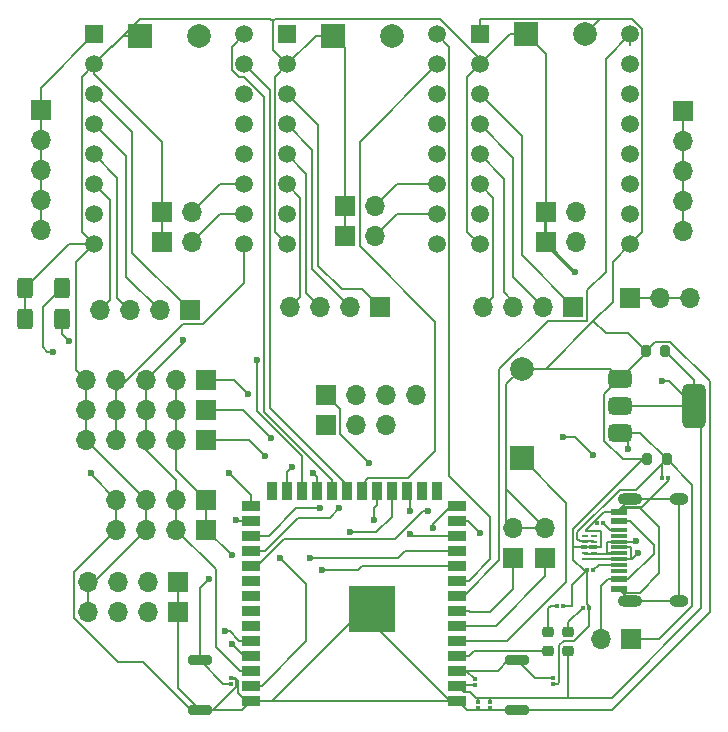
<source format=gbr>
%TF.GenerationSoftware,KiCad,Pcbnew,8.0.3*%
%TF.CreationDate,2024-09-17T15:24:25+02:00*%
%TF.ProjectId,PCB,5043422e-6b69-4636-9164-5f7063625858,rev?*%
%TF.SameCoordinates,Original*%
%TF.FileFunction,Copper,L1,Top*%
%TF.FilePolarity,Positive*%
%FSLAX46Y46*%
G04 Gerber Fmt 4.6, Leading zero omitted, Abs format (unit mm)*
G04 Created by KiCad (PCBNEW 8.0.3) date 2024-09-17 15:24:25*
%MOMM*%
%LPD*%
G01*
G04 APERTURE LIST*
G04 Aperture macros list*
%AMRoundRect*
0 Rectangle with rounded corners*
0 $1 Rounding radius*
0 $2 $3 $4 $5 $6 $7 $8 $9 X,Y pos of 4 corners*
0 Add a 4 corners polygon primitive as box body*
4,1,4,$2,$3,$4,$5,$6,$7,$8,$9,$2,$3,0*
0 Add four circle primitives for the rounded corners*
1,1,$1+$1,$2,$3*
1,1,$1+$1,$4,$5*
1,1,$1+$1,$6,$7*
1,1,$1+$1,$8,$9*
0 Add four rect primitives between the rounded corners*
20,1,$1+$1,$2,$3,$4,$5,0*
20,1,$1+$1,$4,$5,$6,$7,0*
20,1,$1+$1,$6,$7,$8,$9,0*
20,1,$1+$1,$8,$9,$2,$3,0*%
G04 Aperture macros list end*
%TA.AperFunction,ComponentPad*%
%ADD10R,2.000000X2.000000*%
%TD*%
%TA.AperFunction,ComponentPad*%
%ADD11C,2.000000*%
%TD*%
%TA.AperFunction,ComponentPad*%
%ADD12R,1.700000X1.700000*%
%TD*%
%TA.AperFunction,ComponentPad*%
%ADD13O,1.700000X1.700000*%
%TD*%
%TA.AperFunction,SMDPad,CuDef*%
%ADD14RoundRect,0.075000X-0.125000X-0.075000X0.125000X-0.075000X0.125000X0.075000X-0.125000X0.075000X0*%
%TD*%
%TA.AperFunction,ComponentPad*%
%ADD15R,1.508000X1.508000*%
%TD*%
%TA.AperFunction,ComponentPad*%
%ADD16C,1.508000*%
%TD*%
%TA.AperFunction,SMDPad,CuDef*%
%ADD17RoundRect,0.075000X0.125000X0.075000X-0.125000X0.075000X-0.125000X-0.075000X0.125000X-0.075000X0*%
%TD*%
%TA.AperFunction,SMDPad,CuDef*%
%ADD18RoundRect,0.250000X-0.400000X-0.625000X0.400000X-0.625000X0.400000X0.625000X-0.400000X0.625000X0*%
%TD*%
%TA.AperFunction,SMDPad,CuDef*%
%ADD19RoundRect,0.075000X-0.075000X0.125000X-0.075000X-0.125000X0.075000X-0.125000X0.075000X0.125000X0*%
%TD*%
%TA.AperFunction,SMDPad,CuDef*%
%ADD20RoundRect,0.200000X0.200000X0.275000X-0.200000X0.275000X-0.200000X-0.275000X0.200000X-0.275000X0*%
%TD*%
%TA.AperFunction,SMDPad,CuDef*%
%ADD21RoundRect,0.375000X-0.625000X-0.375000X0.625000X-0.375000X0.625000X0.375000X-0.625000X0.375000X0*%
%TD*%
%TA.AperFunction,SMDPad,CuDef*%
%ADD22RoundRect,0.500000X-0.500000X-1.400000X0.500000X-1.400000X0.500000X1.400000X-0.500000X1.400000X0*%
%TD*%
%TA.AperFunction,SMDPad,CuDef*%
%ADD23RoundRect,0.075000X0.075000X-0.125000X0.075000X0.125000X-0.075000X0.125000X-0.075000X-0.125000X0*%
%TD*%
%TA.AperFunction,SMDPad,CuDef*%
%ADD24R,0.625000X0.250000*%
%TD*%
%TA.AperFunction,SMDPad,CuDef*%
%ADD25R,0.700000X0.450000*%
%TD*%
%TA.AperFunction,SMDPad,CuDef*%
%ADD26R,0.575000X0.450000*%
%TD*%
%TA.AperFunction,SMDPad,CuDef*%
%ADD27R,1.450000X0.600000*%
%TD*%
%TA.AperFunction,SMDPad,CuDef*%
%ADD28R,1.450000X0.300000*%
%TD*%
%TA.AperFunction,ComponentPad*%
%ADD29O,2.100000X1.000000*%
%TD*%
%TA.AperFunction,ComponentPad*%
%ADD30O,1.600000X1.000000*%
%TD*%
%TA.AperFunction,SMDPad,CuDef*%
%ADD31RoundRect,0.200000X0.800000X-0.200000X0.800000X0.200000X-0.800000X0.200000X-0.800000X-0.200000X0*%
%TD*%
%TA.AperFunction,SMDPad,CuDef*%
%ADD32RoundRect,0.218750X-0.256250X0.218750X-0.256250X-0.218750X0.256250X-0.218750X0.256250X0.218750X0*%
%TD*%
%TA.AperFunction,SMDPad,CuDef*%
%ADD33R,1.500000X0.900000*%
%TD*%
%TA.AperFunction,SMDPad,CuDef*%
%ADD34R,0.900000X1.500000*%
%TD*%
%TA.AperFunction,HeatsinkPad*%
%ADD35C,0.600000*%
%TD*%
%TA.AperFunction,SMDPad,CuDef*%
%ADD36R,3.900000X3.900000*%
%TD*%
%TA.AperFunction,ViaPad*%
%ADD37C,0.600000*%
%TD*%
%TA.AperFunction,Conductor*%
%ADD38C,0.200000*%
%TD*%
G04 APERTURE END LIST*
D10*
%TO.P,BZ1,1,+*%
%TO.N,BUZZER*%
X153710000Y-110780000D03*
D11*
%TO.P,BZ1,2,-*%
%TO.N,GND*%
X153710000Y-103180000D03*
%TD*%
D12*
%TO.P,UART1,1,Pin_1*%
%TO.N,GND*%
X124600000Y-121260000D03*
D13*
%TO.P,UART1,2,Pin_2*%
%TO.N,RX1*%
X122060000Y-121260000D03*
%TO.P,UART1,3,Pin_3*%
%TO.N,TX1*%
X119520000Y-121260000D03*
%TO.P,UART1,4,Pin_4*%
%TO.N,VCC_5V*%
X116980000Y-121260000D03*
%TD*%
D12*
%TO.P,JP1,1,A*%
%TO.N,VCC_5V*%
X123225000Y-92500000D03*
D13*
%TO.P,JP1,2,B*%
%TO.N,Net-(JP1-B)*%
X125765000Y-92500000D03*
%TD*%
D12*
%TO.P,J3,1,Pin_1*%
%TO.N,MOTORC1*%
X158080000Y-97980000D03*
D13*
%TO.P,J3,2,Pin_2*%
%TO.N,MOTORC2*%
X155540000Y-97980000D03*
%TO.P,J3,3,Pin_3*%
%TO.N,MOTORC3*%
X153000000Y-97980000D03*
%TO.P,J3,4,Pin_4*%
%TO.N,MOTORC4*%
X150460000Y-97980000D03*
%TD*%
D12*
%TO.P,J4,1,Pin_1*%
%TO.N,GPIO36*%
X137160000Y-105410000D03*
D13*
%TO.P,J4,2,Pin_2*%
%TO.N,GPIO37*%
X139700000Y-105410000D03*
%TO.P,J4,3,Pin_3*%
%TO.N,GPIO38*%
X142240000Y-105410000D03*
%TO.P,J4,4,Pin_4*%
%TO.N,GPIO47*%
X144780000Y-105410000D03*
%TD*%
D14*
%TO.P,R5,1*%
%TO.N,Net-(D2-K)*%
X156725000Y-123250000D03*
%TO.P,R5,2*%
%TO.N,GND*%
X157225000Y-123250000D03*
%TD*%
D12*
%TO.P,JP5,1,A*%
%TO.N,VCC_5V*%
X155725000Y-92500000D03*
D13*
%TO.P,JP5,2,B*%
%TO.N,Net-(JP5-B)*%
X158265000Y-92500000D03*
%TD*%
D15*
%TO.P,U5,1,GND*%
%TO.N,GND*%
X150160000Y-74900000D03*
D16*
%TO.P,U5,2,VIO*%
%TO.N,VCC_5V*%
X150160000Y-77440000D03*
%TO.P,U5,3,M1B*%
%TO.N,MOTORC1*%
X150160000Y-79980000D03*
%TO.P,U5,4,M1A*%
%TO.N,MOTORC2*%
X150160000Y-82520000D03*
%TO.P,U5,5,M2A*%
%TO.N,MOTORC3*%
X150160000Y-85060000D03*
%TO.P,U5,6,M2B*%
%TO.N,MOTORC4*%
X150160000Y-87600000D03*
%TO.P,U5,7,GND*%
%TO.N,GND*%
X150160000Y-90140000D03*
%TO.P,U5,8,VM*%
%TO.N,VCC_5V*%
X150160000Y-92680000D03*
%TO.P,U5,9,DIR*%
%TO.N,DIR3*%
X162860000Y-74900000D03*
%TO.P,U5,10,STEP*%
%TO.N,STEP3*%
X162860000Y-77440000D03*
%TO.P,U5,11,PDN*%
%TO.N,unconnected-(U5-PDN-Pad11)*%
X162860000Y-79980000D03*
%TO.P,U5,12,UART*%
%TO.N,unconnected-(U5-UART-Pad12)*%
X162860000Y-82520000D03*
%TO.P,U5,13,SPRD*%
%TO.N,unconnected-(U5-SPRD-Pad13)*%
X162860000Y-85060000D03*
%TO.P,U5,14,MS2*%
%TO.N,Net-(JP6-B)*%
X162860000Y-87600000D03*
%TO.P,U5,15,MS1*%
%TO.N,Net-(JP5-B)*%
X162860000Y-90140000D03*
%TO.P,U5,16,~{EN}*%
%TO.N,GND*%
X162860000Y-92680000D03*
%TD*%
D10*
%TO.P,C6,1*%
%TO.N,VCC_5V*%
X137732323Y-75000000D03*
D11*
%TO.P,C6,2*%
%TO.N,GND*%
X142732323Y-75000000D03*
%TD*%
D12*
%TO.P,J6,1,Pin_1*%
%TO.N,VCC_5V*%
X162985000Y-126080000D03*
D13*
%TO.P,J6,2,Pin_2*%
%TO.N,VCC_5Vin*%
X160445000Y-126080000D03*
%TD*%
D12*
%TO.P,TOF2,1,Pin_1*%
%TO.N,XSHUT2*%
X127000000Y-106680000D03*
D13*
%TO.P,TOF2,2,Pin_2*%
%TO.N,SDA*%
X124460000Y-106680000D03*
%TO.P,TOF2,3,Pin_3*%
%TO.N,SCL*%
X121920000Y-106680000D03*
%TO.P,TOF2,4,Pin_4*%
%TO.N,GND*%
X119380000Y-106680000D03*
%TO.P,TOF2,5,Pin_5*%
%TO.N,VCC_5V*%
X116840000Y-106680000D03*
%TD*%
D17*
%TO.P,R2,1*%
%TO.N,Net-(J1-CC2)*%
X160610000Y-116280000D03*
%TO.P,R2,2*%
%TO.N,GND*%
X160110000Y-116280000D03*
%TD*%
D18*
%TO.P,JP8,1,A*%
%TO.N,VCC_5V*%
X111650000Y-96400000D03*
%TO.P,JP8,2,B*%
%TO.N,SDA*%
X114750000Y-96400000D03*
%TD*%
D19*
%TO.P,C10,1*%
%TO.N,3V3*%
X150019000Y-131390000D03*
%TO.P,C10,2*%
%TO.N,GND*%
X150019000Y-131890000D03*
%TD*%
D12*
%TO.P,JP3,1,A*%
%TO.N,VCC_5V*%
X138725000Y-92000000D03*
D13*
%TO.P,JP3,2,B*%
%TO.N,Net-(JP3-B)*%
X141265000Y-92000000D03*
%TD*%
D19*
%TO.P,C9,1*%
%TO.N,3V3*%
X151035000Y-131390000D03*
%TO.P,C9,2*%
%TO.N,GND*%
X151035000Y-131890000D03*
%TD*%
D12*
%TO.P,J12,1,Pin_1*%
%TO.N,3V3*%
X162860000Y-97200000D03*
D13*
%TO.P,J12,2,Pin_2*%
X165400000Y-97200000D03*
%TO.P,J12,3,Pin_3*%
X167940000Y-97200000D03*
%TD*%
D14*
%TO.P,R4,1*%
%TO.N,Net-(D1-K)*%
X158860000Y-123480000D03*
%TO.P,R4,2*%
%TO.N,GND*%
X159360000Y-123480000D03*
%TD*%
D10*
%TO.P,C3,1*%
%TO.N,VCC_5V*%
X121382323Y-75000000D03*
D11*
%TO.P,C3,2*%
%TO.N,GND*%
X126382323Y-75000000D03*
%TD*%
D12*
%TO.P,J8,1,Pin_1*%
%TO.N,MOTORA1*%
X125580000Y-98230000D03*
D13*
%TO.P,J8,2,Pin_2*%
%TO.N,MOTORA2*%
X123040000Y-98230000D03*
%TO.P,J8,3,Pin_3*%
%TO.N,MOTORA3*%
X120500000Y-98230000D03*
%TO.P,J8,4,Pin_4*%
%TO.N,MOTORA4*%
X117960000Y-98230000D03*
%TD*%
D12*
%TO.P,J10,1,Pin_1*%
%TO.N,VCC_5V*%
X167400000Y-81400000D03*
D13*
%TO.P,J10,2,Pin_2*%
X167400000Y-83940000D03*
%TO.P,J10,3,Pin_3*%
X167400000Y-86480000D03*
%TO.P,J10,4,Pin_4*%
X167400000Y-89020000D03*
%TO.P,J10,5,Pin_5*%
X167400000Y-91560000D03*
%TD*%
D12*
%TO.P,TOF1,1,Pin_1*%
%TO.N,XSHUT1*%
X127000000Y-104140000D03*
D13*
%TO.P,TOF1,2,Pin_2*%
%TO.N,SDA*%
X124460000Y-104140000D03*
%TO.P,TOF1,3,Pin_3*%
%TO.N,SCL*%
X121920000Y-104140000D03*
%TO.P,TOF1,4,Pin_4*%
%TO.N,GND*%
X119380000Y-104140000D03*
%TO.P,TOF1,5,Pin_5*%
%TO.N,VCC_5V*%
X116840000Y-104140000D03*
%TD*%
D20*
%TO.P,C5,1*%
%TO.N,VCC_5V*%
X165985000Y-110880000D03*
%TO.P,C5,2*%
%TO.N,GND*%
X164335000Y-110880000D03*
%TD*%
D12*
%TO.P,J11,1,Pin_1*%
%TO.N,GND*%
X113000000Y-81280000D03*
D13*
%TO.P,J11,2,Pin_2*%
X113000000Y-83820000D03*
%TO.P,J11,3,Pin_3*%
X113000000Y-86360000D03*
%TO.P,J11,4,Pin_4*%
X113000000Y-88900000D03*
%TO.P,J11,5,Pin_5*%
X113000000Y-91440000D03*
%TD*%
D19*
%TO.P,C2,1*%
%TO.N,ESP32_EN*%
X156369000Y-129362000D03*
%TO.P,C2,2*%
%TO.N,GND*%
X156369000Y-129862000D03*
%TD*%
D12*
%TO.P,TOF3,1,Pin_1*%
%TO.N,XSHUT3*%
X127000000Y-109220000D03*
D13*
%TO.P,TOF3,2,Pin_2*%
%TO.N,SDA*%
X124460000Y-109220000D03*
%TO.P,TOF3,3,Pin_3*%
%TO.N,SCL*%
X121920000Y-109220000D03*
%TO.P,TOF3,4,Pin_4*%
%TO.N,GND*%
X119380000Y-109220000D03*
%TO.P,TOF3,5,Pin_5*%
%TO.N,VCC_5V*%
X116840000Y-109220000D03*
%TD*%
D21*
%TO.P,U4,1,GND*%
%TO.N,GND*%
X162010000Y-104030000D03*
%TO.P,U4,2,VO*%
%TO.N,3V3*%
X162010000Y-106330000D03*
D22*
X168310000Y-106330000D03*
D21*
%TO.P,U4,3,VI*%
%TO.N,VCC_5V*%
X162010000Y-108630000D03*
%TD*%
D23*
%TO.P,C1,1*%
%TO.N,GPIO0*%
X129060000Y-129866000D03*
%TO.P,C1,2*%
%TO.N,GND*%
X129060000Y-129366000D03*
%TD*%
D12*
%TO.P,SCREEN,1,Pin_1*%
%TO.N,SDA*%
X127000000Y-114300000D03*
D13*
%TO.P,SCREEN,2,Pin_2*%
%TO.N,SCL*%
X124460000Y-114300000D03*
%TO.P,SCREEN,3,Pin_3*%
%TO.N,VCC_5V*%
X121920000Y-114300000D03*
%TO.P,SCREEN,4,Pin_4*%
%TO.N,GND*%
X119380000Y-114300000D03*
%TD*%
D15*
%TO.P,U2,1,GND*%
%TO.N,GND*%
X133835000Y-74900000D03*
D16*
%TO.P,U2,2,VIO*%
%TO.N,VCC_5V*%
X133835000Y-77440000D03*
%TO.P,U2,3,M1B*%
%TO.N,MOTORB1*%
X133835000Y-79980000D03*
%TO.P,U2,4,M1A*%
%TO.N,MOTORB2*%
X133835000Y-82520000D03*
%TO.P,U2,5,M2A*%
%TO.N,MOTORB3*%
X133835000Y-85060000D03*
%TO.P,U2,6,M2B*%
%TO.N,MOTORB4*%
X133835000Y-87600000D03*
%TO.P,U2,7,GND*%
%TO.N,GND*%
X133835000Y-90140000D03*
%TO.P,U2,8,VM*%
%TO.N,VCC_5V*%
X133835000Y-92680000D03*
%TO.P,U2,9,DIR*%
%TO.N,DIR2*%
X146535000Y-74900000D03*
%TO.P,U2,10,STEP*%
%TO.N,STEP2*%
X146535000Y-77440000D03*
%TO.P,U2,11,PDN*%
%TO.N,unconnected-(U2-PDN-Pad11)*%
X146535000Y-79980000D03*
%TO.P,U2,12,UART*%
%TO.N,unconnected-(U2-UART-Pad12)*%
X146535000Y-82520000D03*
%TO.P,U2,13,SPRD*%
%TO.N,unconnected-(U2-SPRD-Pad13)*%
X146535000Y-85060000D03*
%TO.P,U2,14,MS2*%
%TO.N,Net-(JP4-B)*%
X146535000Y-87600000D03*
%TO.P,U2,15,MS1*%
%TO.N,Net-(JP3-B)*%
X146535000Y-90140000D03*
%TO.P,U2,16,~{EN}*%
%TO.N,GND*%
X146535000Y-92680000D03*
%TD*%
D12*
%TO.P,JP4,1,A*%
%TO.N,VCC_5V*%
X138725000Y-89460000D03*
D13*
%TO.P,JP4,2,B*%
%TO.N,Net-(JP4-B)*%
X141265000Y-89460000D03*
%TD*%
D18*
%TO.P,JP7,1,A*%
%TO.N,VCC_5V*%
X111650000Y-99000000D03*
%TO.P,JP7,2,B*%
%TO.N,SCL*%
X114750000Y-99000000D03*
%TD*%
D24*
%TO.P,U3,1*%
%TO.N,USB_N*%
X159810000Y-119330000D03*
%TO.P,U3,2*%
%TO.N,USB_P*%
X159810000Y-118830000D03*
D25*
%TO.P,U3,3,VSS*%
%TO.N,GND*%
X159772500Y-118330000D03*
D24*
%TO.P,U3,4*%
%TO.N,VCC_5V*%
X159810000Y-117830000D03*
%TO.P,U3,5*%
%TO.N,unconnected-(U3-Pad5)*%
X159810000Y-117330000D03*
%TO.P,U3,6,NC*%
%TO.N,unconnected-(U3-NC-Pad6)*%
X159035000Y-117330000D03*
%TO.P,U3,7,NC*%
%TO.N,VCC_5V*%
X159035000Y-117830000D03*
D26*
%TO.P,U3,8,VSS*%
%TO.N,GND*%
X159010000Y-118330000D03*
D24*
%TO.P,U3,9,NC*%
%TO.N,USB_P*%
X159035000Y-118830000D03*
%TO.P,U3,10,NC*%
%TO.N,USB_N*%
X159035000Y-119330000D03*
%TD*%
D27*
%TO.P,J1,A1,GND*%
%TO.N,GND*%
X161965000Y-121830000D03*
%TO.P,J1,A4,VBUS*%
%TO.N,VCC_5Vin*%
X161965000Y-121030000D03*
D28*
%TO.P,J1,A5,CC1*%
%TO.N,Net-(J1-CC1)*%
X161965000Y-119830000D03*
%TO.P,J1,A6,D+*%
%TO.N,USB_P*%
X161965000Y-118830000D03*
%TO.P,J1,A7,D-*%
%TO.N,USB_N*%
X161965000Y-118330000D03*
%TO.P,J1,A8,SBU1*%
%TO.N,unconnected-(J1-SBU1-PadA8)*%
X161965000Y-117330000D03*
D27*
%TO.P,J1,A9,VBUS*%
%TO.N,VCC_5Vin*%
X161965000Y-116130000D03*
%TO.P,J1,A12,GND*%
%TO.N,GND*%
X161965000Y-115330000D03*
%TO.P,J1,B1,GND*%
X161965000Y-115330000D03*
%TO.P,J1,B4,VBUS*%
%TO.N,VCC_5Vin*%
X161965000Y-116130000D03*
D28*
%TO.P,J1,B5,CC2*%
%TO.N,Net-(J1-CC2)*%
X161965000Y-116830000D03*
%TO.P,J1,B6,D+*%
%TO.N,USB_P*%
X161965000Y-117830000D03*
%TO.P,J1,B7,D-*%
%TO.N,USB_N*%
X161965000Y-119330000D03*
%TO.P,J1,B8,SBU2*%
%TO.N,unconnected-(J1-SBU2-PadB8)*%
X161965000Y-120330000D03*
D27*
%TO.P,J1,B9,VBUS*%
%TO.N,VCC_5Vin*%
X161965000Y-121030000D03*
%TO.P,J1,B12,GND*%
%TO.N,GND*%
X161965000Y-121830000D03*
D29*
%TO.P,J1,S1,SHIELD*%
X162880000Y-122900000D03*
D30*
X167060000Y-122900000D03*
D29*
X162880000Y-114260000D03*
D30*
X167060000Y-114260000D03*
%TD*%
D10*
%TO.P,C8,1*%
%TO.N,VCC_5V*%
X154032323Y-74900000D03*
D11*
%TO.P,C8,2*%
%TO.N,GND*%
X159032323Y-74900000D03*
%TD*%
D12*
%TO.P,UART0,1,Pin_1*%
%TO.N,GND*%
X124600000Y-123800000D03*
D13*
%TO.P,UART0,2,Pin_2*%
%TO.N,RX0*%
X122060000Y-123800000D03*
%TO.P,UART0,3,Pin_3*%
%TO.N,TX0*%
X119520000Y-123800000D03*
%TO.P,UART0,4,Pin_4*%
%TO.N,VCC_5V*%
X116980000Y-123800000D03*
%TD*%
D14*
%TO.P,C4,1*%
%TO.N,VCC_5V*%
X165623000Y-112467000D03*
%TO.P,C4,2*%
%TO.N,GND*%
X166123000Y-112467000D03*
%TD*%
D12*
%TO.P,J9,1,Pin_1*%
%TO.N,GPIO21*%
X137160000Y-107950000D03*
D13*
%TO.P,J9,2,Pin_2*%
%TO.N,GPIO35*%
X139700000Y-107950000D03*
%TO.P,J9,3,Pin_3*%
%TO.N,GPIO48*%
X142240000Y-107950000D03*
%TD*%
D31*
%TO.P,SW1,1,1*%
%TO.N,GND*%
X126460000Y-132080000D03*
%TO.P,SW1,2,2*%
%TO.N,GPIO0*%
X126460000Y-127880000D03*
%TD*%
D23*
%TO.P,R1,1*%
%TO.N,3V3*%
X149710000Y-129955000D03*
%TO.P,R1,2*%
%TO.N,ESP32_EN*%
X149710000Y-129455000D03*
%TD*%
D20*
%TO.P,C7,1*%
%TO.N,3V3*%
X165835000Y-101680000D03*
%TO.P,C7,2*%
%TO.N,GND*%
X164185000Y-101680000D03*
%TD*%
D32*
%TO.P,D1,1,K*%
%TO.N,Net-(D1-K)*%
X157660000Y-125492500D03*
%TO.P,D1,2,A*%
%TO.N,3V3*%
X157660000Y-127067500D03*
%TD*%
D12*
%TO.P,JP6,1,A*%
%TO.N,VCC_5V*%
X155725000Y-89960000D03*
D13*
%TO.P,JP6,2,B*%
%TO.N,Net-(JP6-B)*%
X158265000Y-89960000D03*
%TD*%
D31*
%TO.P,SW2,1,1*%
%TO.N,GND*%
X153310000Y-132080000D03*
%TO.P,SW2,2,2*%
%TO.N,ESP32_EN*%
X153310000Y-127880000D03*
%TD*%
D33*
%TO.P,U6,1,GND*%
%TO.N,GND*%
X148260000Y-131300000D03*
%TO.P,U6,2,3V3*%
%TO.N,3V3*%
X148260000Y-130030000D03*
%TO.P,U6,3,EN*%
%TO.N,ESP32_EN*%
X148260000Y-128760000D03*
%TO.P,U6,4,IO4*%
%TO.N,LED*%
X148260000Y-127490000D03*
%TO.P,U6,5,IO5*%
%TO.N,BUZZER*%
X148260000Y-126220000D03*
%TO.P,U6,6,IO6*%
%TO.N,LAUNCHPULL*%
X148260000Y-124950000D03*
%TO.P,U6,7,IO7*%
%TO.N,TEAMBTN*%
X148260000Y-123680000D03*
%TO.P,U6,8,IO15*%
%TO.N,DIR3*%
X148260000Y-122410000D03*
%TO.P,U6,9,IO16*%
%TO.N,DIR2*%
X148260000Y-121140000D03*
%TO.P,U6,10,IO17*%
%TO.N,TX1*%
X148260000Y-119870000D03*
%TO.P,U6,11,IO18*%
%TO.N,RX1*%
X148260000Y-118600000D03*
%TO.P,U6,12,IO8*%
%TO.N,XSHUT1*%
X148260000Y-117330000D03*
%TO.P,U6,13,IO19*%
%TO.N,USB_N*%
X148260000Y-116060000D03*
%TO.P,U6,14,IO20*%
%TO.N,USB_P*%
X148260000Y-114790000D03*
D34*
%TO.P,U6,15,IO3*%
%TO.N,unconnected-(U6-IO3-Pad15)*%
X146495000Y-113540000D03*
%TO.P,U6,16,IO46*%
%TO.N,unconnected-(U6-IO46-Pad16)*%
X145225000Y-113540000D03*
%TO.P,U6,17,IO9*%
%TO.N,XSHUT2*%
X143955000Y-113540000D03*
%TO.P,U6,18,IO10*%
%TO.N,XSHUT3*%
X142685000Y-113540000D03*
%TO.P,U6,19,IO11*%
%TO.N,STEP3*%
X141415000Y-113540000D03*
%TO.P,U6,20,IO12*%
%TO.N,STEP2*%
X140145000Y-113540000D03*
%TO.P,U6,21,IO13*%
%TO.N,STEP1*%
X138875000Y-113540000D03*
%TO.P,U6,22,IO14*%
%TO.N,DIR1*%
X137605000Y-113540000D03*
%TO.P,U6,23,IO21*%
%TO.N,GPIO21*%
X136335000Y-113540000D03*
%TO.P,U6,24,IO47*%
%TO.N,GPIO47*%
X135065000Y-113540000D03*
%TO.P,U6,25,IO48*%
%TO.N,GPIO48*%
X133795000Y-113540000D03*
%TO.P,U6,26,IO45*%
%TO.N,unconnected-(U6-IO45-Pad26)*%
X132525000Y-113540000D03*
D33*
%TO.P,U6,27,IO0*%
%TO.N,GPIO0*%
X130760000Y-114790000D03*
%TO.P,U6,28,IO35*%
%TO.N,GPIO35*%
X130760000Y-116060000D03*
%TO.P,U6,29,IO36*%
%TO.N,GPIO36*%
X130760000Y-117330000D03*
%TO.P,U6,30,IO37*%
%TO.N,GPIO37*%
X130760000Y-118600000D03*
%TO.P,U6,31,IO38*%
%TO.N,GPIO38*%
X130760000Y-119870000D03*
%TO.P,U6,32,IO39*%
%TO.N,unconnected-(U6-IO39-Pad32)*%
X130760000Y-121140000D03*
%TO.P,U6,33,IO40*%
%TO.N,unconnected-(U6-IO40-Pad33)*%
X130760000Y-122410000D03*
%TO.P,U6,34,IO41*%
%TO.N,unconnected-(U6-IO41-Pad34)*%
X130760000Y-123680000D03*
%TO.P,U6,35,IO42*%
%TO.N,unconnected-(U6-IO42-Pad35)*%
X130760000Y-124950000D03*
%TO.P,U6,36,RXD0*%
%TO.N,RX0*%
X130760000Y-126220000D03*
%TO.P,U6,37,TXD0*%
%TO.N,TX0*%
X130760000Y-127490000D03*
%TO.P,U6,38,IO2*%
%TO.N,SCL*%
X130760000Y-128760000D03*
%TO.P,U6,39,IO1*%
%TO.N,SDA*%
X130760000Y-130030000D03*
%TO.P,U6,40,GND*%
%TO.N,GND*%
X130760000Y-131300000D03*
D35*
%TO.P,U6,41,GND*%
X142410000Y-124280000D03*
X142410000Y-122880000D03*
X141710000Y-124980000D03*
X141710000Y-123580000D03*
X141710000Y-122180000D03*
X141010000Y-124280000D03*
D36*
X141010000Y-123580000D03*
D35*
X141010000Y-122880000D03*
X140310000Y-124980000D03*
X140310000Y-123580000D03*
X140310000Y-122180000D03*
X139610000Y-124280000D03*
X139610000Y-122880000D03*
%TD*%
D12*
%TO.P,ADD,1,Pin_1*%
%TO.N,SDA*%
X127000000Y-116840000D03*
D13*
%TO.P,ADD,2,Pin_2*%
%TO.N,SCL*%
X124460000Y-116840000D03*
%TO.P,ADD,3,Pin_3*%
%TO.N,VCC_5V*%
X121920000Y-116840000D03*
%TO.P,ADD,4,Pin_4*%
%TO.N,GND*%
X119380000Y-116840000D03*
%TD*%
D12*
%TO.P,JP2,1,A*%
%TO.N,VCC_5V*%
X123225000Y-89960000D03*
D13*
%TO.P,JP2,2,B*%
%TO.N,Net-(JP2-B)*%
X125765000Y-89960000D03*
%TD*%
D15*
%TO.P,U1,1,GND*%
%TO.N,GND*%
X117510000Y-74900000D03*
D16*
%TO.P,U1,2,VIO*%
%TO.N,VCC_5V*%
X117510000Y-77440000D03*
%TO.P,U1,3,M1B*%
%TO.N,MOTORA1*%
X117510000Y-79980000D03*
%TO.P,U1,4,M1A*%
%TO.N,MOTORA2*%
X117510000Y-82520000D03*
%TO.P,U1,5,M2A*%
%TO.N,MOTORA3*%
X117510000Y-85060000D03*
%TO.P,U1,6,M2B*%
%TO.N,MOTORA4*%
X117510000Y-87600000D03*
%TO.P,U1,7,GND*%
%TO.N,GND*%
X117510000Y-90140000D03*
%TO.P,U1,8,VM*%
%TO.N,VCC_5V*%
X117510000Y-92680000D03*
%TO.P,U1,9,DIR*%
%TO.N,DIR1*%
X130210000Y-74900000D03*
%TO.P,U1,10,STEP*%
%TO.N,STEP1*%
X130210000Y-77440000D03*
%TO.P,U1,11,PDN*%
%TO.N,unconnected-(U1-PDN-Pad11)*%
X130210000Y-79980000D03*
%TO.P,U1,12,UART*%
%TO.N,unconnected-(U1-UART-Pad12)*%
X130210000Y-82520000D03*
%TO.P,U1,13,SPRD*%
%TO.N,unconnected-(U1-SPRD-Pad13)*%
X130210000Y-85060000D03*
%TO.P,U1,14,MS2*%
%TO.N,Net-(JP2-B)*%
X130210000Y-87600000D03*
%TO.P,U1,15,MS1*%
%TO.N,Net-(JP1-B)*%
X130210000Y-90140000D03*
%TO.P,U1,16,~{EN}*%
%TO.N,GND*%
X130210000Y-92680000D03*
%TD*%
D12*
%TO.P,J2,1,Pin_1*%
%TO.N,MOTORB1*%
X141710000Y-97980000D03*
D13*
%TO.P,J2,2,Pin_2*%
%TO.N,MOTORB2*%
X139170000Y-97980000D03*
%TO.P,J2,3,Pin_3*%
%TO.N,MOTORB3*%
X136630000Y-97980000D03*
%TO.P,J2,4,Pin_4*%
%TO.N,MOTORB4*%
X134090000Y-97980000D03*
%TD*%
D12*
%TO.P,J5,1,Pin_1*%
%TO.N,TEAMBTN*%
X152940000Y-119255000D03*
D13*
%TO.P,J5,2,Pin_2*%
%TO.N,GND*%
X152940000Y-116715000D03*
%TD*%
D12*
%TO.P,J7,1,Pin_1*%
%TO.N,LAUNCHPULL*%
X155710000Y-119255000D03*
D13*
%TO.P,J7,2,Pin_2*%
%TO.N,GND*%
X155710000Y-116715000D03*
%TD*%
D32*
%TO.P,D2,1,K*%
%TO.N,Net-(D2-K)*%
X155910000Y-125492500D03*
%TO.P,D2,2,A*%
%TO.N,LED*%
X155910000Y-127067500D03*
%TD*%
D17*
%TO.P,R3,1*%
%TO.N,Net-(J1-CC1)*%
X159760000Y-120280000D03*
%TO.P,R3,2*%
%TO.N,GND*%
X159260000Y-120280000D03*
%TD*%
D37*
%TO.N,SDA*%
X129200000Y-119000000D03*
X133200000Y-119200000D03*
X114000000Y-101750000D03*
%TO.N,SCL*%
X125000000Y-100750000D03*
X115390000Y-100875000D03*
%TO.N,3V3*%
X165600000Y-104200000D03*
%TO.N,VCC_5V*%
X162710000Y-109980000D03*
X159710000Y-110480000D03*
X158210000Y-94980000D03*
X157210000Y-108980000D03*
%TO.N,GPIO0*%
X128900000Y-112000000D03*
X127210000Y-120980000D03*
%TO.N,USB_P*%
X146210000Y-116680000D03*
X163410000Y-117780000D03*
%TO.N,USB_N*%
X150210000Y-117080000D03*
X163570735Y-118789265D03*
%TO.N,XSHUT1*%
X144210000Y-117230000D03*
X130500000Y-105300000D03*
%TO.N,XSHUT2*%
X144210000Y-115230000D03*
X132500000Y-109100000D03*
%TO.N,XSHUT3*%
X132000000Y-110600000D03*
X139200000Y-117000000D03*
%TO.N,RX0*%
X128600000Y-125400000D03*
%TO.N,TX0*%
X129210000Y-126480000D03*
%TO.N,TX1*%
X136800000Y-120230000D03*
%TO.N,RX1*%
X135800000Y-119200000D03*
%TO.N,STEP3*%
X141210000Y-115980000D03*
%TO.N,GPIO21*%
X136000000Y-112000000D03*
%TO.N,GPIO36*%
X140800000Y-111200000D03*
X136600000Y-115000000D03*
%TO.N,GPIO47*%
X131250000Y-102500000D03*
%TO.N,GPIO48*%
X134250000Y-111500000D03*
%TO.N,GPIO37*%
X138250000Y-115000000D03*
%TO.N,GPIO35*%
X129500000Y-116000000D03*
%TO.N,GPIO38*%
X145750000Y-115250000D03*
%TO.N,GND*%
X117200000Y-112000000D03*
%TD*%
D38*
%TO.N,SDA*%
X114000000Y-101750000D02*
X113550000Y-101750000D01*
X129160000Y-119000000D02*
X127000000Y-116840000D01*
X124460000Y-109220000D02*
X124460000Y-111760000D01*
X124460000Y-111760000D02*
X127000000Y-114300000D01*
X133200000Y-119200000D02*
X135460000Y-121460000D01*
X127000000Y-114300000D02*
X127000000Y-116840000D01*
X124460000Y-104140000D02*
X124460000Y-109220000D01*
X113200000Y-101400000D02*
X113200000Y-97950000D01*
X135460000Y-121460000D02*
X135460000Y-126280000D01*
X131710000Y-130030000D02*
X130760000Y-130030000D01*
X113200000Y-97950000D02*
X114750000Y-96400000D01*
X113550000Y-101750000D02*
X113200000Y-101400000D01*
X129200000Y-119000000D02*
X129160000Y-119000000D01*
X135460000Y-126280000D02*
X131710000Y-130030000D01*
%TO.N,SCL*%
X114750000Y-100235000D02*
X114750000Y-99000000D01*
X129810000Y-128760000D02*
X130760000Y-128760000D01*
X124460000Y-116840000D02*
X124460000Y-114300000D01*
X121920000Y-104140000D02*
X121920000Y-110100000D01*
X124460000Y-116840000D02*
X127810000Y-120190000D01*
X127810000Y-120190000D02*
X127810000Y-126760000D01*
X121920000Y-110100000D02*
X124460000Y-112640000D01*
X127810000Y-126760000D02*
X129810000Y-128760000D01*
X124460000Y-112640000D02*
X124460000Y-116840000D01*
X125000000Y-100750000D02*
X125000000Y-101060000D01*
X125000000Y-101060000D02*
X121920000Y-104140000D01*
X115390000Y-100875000D02*
X114750000Y-100235000D01*
%TO.N,3V3*%
X157660000Y-127067500D02*
X157660000Y-131080000D01*
X150019000Y-131390000D02*
X150019000Y-131080000D01*
X157660000Y-131080000D02*
X161310000Y-131080000D01*
X168910000Y-123480000D02*
X168910000Y-106930000D01*
X151035000Y-131390000D02*
X151035000Y-131080000D01*
X161310000Y-131080000D02*
X168910000Y-123480000D01*
X166180000Y-104200000D02*
X168310000Y-106330000D01*
X162860000Y-97200000D02*
X167940000Y-97200000D01*
X150019000Y-131080000D02*
X151035000Y-131080000D01*
X168310000Y-106330000D02*
X162010000Y-106330000D01*
X148780000Y-130550000D02*
X149310000Y-130550000D01*
X168910000Y-106930000D02*
X168310000Y-106330000D01*
X149710000Y-129955000D02*
X148335000Y-129955000D01*
X165600000Y-104200000D02*
X166180000Y-104200000D01*
X148335000Y-129955000D02*
X148260000Y-130030000D01*
X168310000Y-106330000D02*
X168310000Y-104155000D01*
X151035000Y-131080000D02*
X157660000Y-131080000D01*
X149840000Y-131080000D02*
X150019000Y-131080000D01*
X149310000Y-130550000D02*
X149840000Y-131080000D01*
X148260000Y-130030000D02*
X148780000Y-130550000D01*
X168310000Y-104155000D02*
X165835000Y-101680000D01*
%TO.N,VCC_5V*%
X158422500Y-117036129D02*
X158422500Y-117617500D01*
X163405000Y-113460000D02*
X161998629Y-113460000D01*
X155660000Y-92630000D02*
X155660000Y-90230000D01*
X150160000Y-92680000D02*
X149106000Y-91626000D01*
X121382323Y-75000000D02*
X119950000Y-75000000D01*
X117510000Y-92680000D02*
X116456000Y-91626000D01*
X149106000Y-78494000D02*
X150160000Y-77440000D01*
X157210000Y-108980000D02*
X158210000Y-108980000D01*
X121350000Y-73600000D02*
X132430000Y-73600000D01*
X158010000Y-94980000D02*
X158210000Y-94980000D01*
X119950000Y-75000000D02*
X117510000Y-77440000D01*
X138725000Y-92000000D02*
X138725000Y-89460000D01*
X138725000Y-89460000D02*
X138725000Y-75992677D01*
X133835000Y-92680000D02*
X132781000Y-91626000D01*
X121920000Y-116840000D02*
X121920000Y-114300000D01*
X132790000Y-73600000D02*
X146752000Y-73600000D01*
X123225000Y-92500000D02*
X123225000Y-89960000D01*
X154032323Y-74900000D02*
X152700000Y-74900000D01*
X158422500Y-117617500D02*
X158610000Y-117805000D01*
X123225000Y-89960000D02*
X123225000Y-83975000D01*
X168160000Y-113055000D02*
X165985000Y-110880000D01*
X138725000Y-75992677D02*
X137732323Y-75000000D01*
X162710000Y-109330000D02*
X162010000Y-108630000D01*
X162710000Y-109980000D02*
X162710000Y-109330000D01*
X132781000Y-91626000D02*
X132781000Y-78494000D01*
X116980000Y-123800000D02*
X116980000Y-121780000D01*
X165623000Y-112467000D02*
X165623000Y-111242000D01*
X115990000Y-94200000D02*
X117510000Y-92680000D01*
X116840000Y-104140000D02*
X115990000Y-103290000D01*
X116980000Y-121780000D02*
X121920000Y-116840000D01*
X132610000Y-76215000D02*
X133835000Y-77440000D01*
X116980000Y-123800000D02*
X116980000Y-121260000D01*
X165985000Y-110880000D02*
X163405000Y-113460000D01*
X165311370Y-126080000D02*
X168135685Y-123255685D01*
X111650000Y-96400000D02*
X115370000Y-92680000D01*
X163735000Y-108630000D02*
X162010000Y-108630000D01*
X155660000Y-92630000D02*
X158010000Y-94980000D01*
X165623000Y-111242000D02*
X165985000Y-110880000D01*
X132610000Y-73780000D02*
X132790000Y-73600000D01*
X116456000Y-78494000D02*
X117510000Y-77440000D01*
X117510000Y-78260000D02*
X117510000Y-77440000D01*
X150160000Y-77008000D02*
X150160000Y-77440000D01*
X149106000Y-91626000D02*
X149106000Y-78494000D01*
X116840000Y-109220000D02*
X116840000Y-104140000D01*
X158210000Y-108980000D02*
X159710000Y-110480000D01*
X121920000Y-114300000D02*
X116840000Y-109220000D01*
X162985000Y-126080000D02*
X165311370Y-126080000D01*
X168135685Y-123255685D02*
X168160000Y-123231371D01*
X132781000Y-78494000D02*
X133835000Y-77440000D01*
X132430000Y-73600000D02*
X132610000Y-73780000D01*
X132610000Y-73780000D02*
X132610000Y-76215000D01*
X146752000Y-73600000D02*
X150160000Y-77008000D01*
X158205000Y-94980000D02*
X155725000Y-92500000D01*
X115990000Y-103290000D02*
X115990000Y-94200000D01*
X133925000Y-77530000D02*
X133835000Y-77440000D01*
X136275000Y-75000000D02*
X133835000Y-77440000D01*
X152700000Y-74900000D02*
X150160000Y-77440000D01*
X111650000Y-99000000D02*
X111650000Y-96400000D01*
X123225000Y-83975000D02*
X117510000Y-78260000D01*
X115370000Y-92680000D02*
X117510000Y-92680000D01*
X165985000Y-110880000D02*
X163735000Y-108630000D01*
X155725000Y-76592677D02*
X155725000Y-92500000D01*
X117510000Y-77440000D02*
X121350000Y-73600000D01*
X154032323Y-74900000D02*
X155725000Y-76592677D01*
X168160000Y-123231371D02*
X168160000Y-113055000D01*
X161998629Y-113460000D02*
X158422500Y-117036129D01*
X158610000Y-117805000D02*
X159810000Y-117805000D01*
X167400000Y-81400000D02*
X167400000Y-91560000D01*
X137732323Y-75000000D02*
X136275000Y-75000000D01*
X116456000Y-91626000D02*
X116456000Y-78494000D01*
X158210000Y-94980000D02*
X158205000Y-94980000D01*
%TO.N,BUZZER*%
X157460000Y-121230000D02*
X157460000Y-114530000D01*
X157460000Y-114530000D02*
X153710000Y-110780000D01*
X148470000Y-126430000D02*
X148260000Y-126220000D01*
X152470000Y-126220000D02*
X157460000Y-121230000D01*
X148260000Y-126220000D02*
X152470000Y-126220000D01*
%TO.N,GPIO0*%
X126460000Y-127880000D02*
X126460000Y-121730000D01*
X126460000Y-121730000D02*
X127210000Y-120980000D01*
X129060000Y-129866000D02*
X128446000Y-129866000D01*
X130760000Y-113860000D02*
X130760000Y-114790000D01*
X128446000Y-129866000D02*
X126460000Y-127880000D01*
X128900000Y-112000000D02*
X130760000Y-113860000D01*
%TO.N,ESP32_EN*%
X154792000Y-129362000D02*
X153310000Y-127880000D01*
X151680000Y-128760000D02*
X148260000Y-128760000D01*
X149015000Y-128760000D02*
X148260000Y-128760000D01*
X156369000Y-129362000D02*
X154792000Y-129362000D01*
X152560000Y-127880000D02*
X151680000Y-128760000D01*
X149710000Y-129455000D02*
X149015000Y-128760000D01*
%TO.N,Net-(D1-K)*%
X157660000Y-125492500D02*
X157660000Y-124680000D01*
X157660000Y-124680000D02*
X158860000Y-123480000D01*
%TO.N,LED*%
X149210000Y-127490000D02*
X149632500Y-127067500D01*
X156360000Y-127067500D02*
X156122500Y-126830000D01*
X148260000Y-127490000D02*
X149210000Y-127490000D01*
X149632500Y-127067500D02*
X155910000Y-127067500D01*
%TO.N,Net-(D2-K)*%
X156150000Y-123250000D02*
X156725000Y-123250000D01*
X155910000Y-125492500D02*
X155910000Y-123490000D01*
X155910000Y-123490000D02*
X156150000Y-123250000D01*
%TO.N,USB_P*%
X161965000Y-118830000D02*
X161940000Y-118805000D01*
X146210000Y-116310000D02*
X147730000Y-114790000D01*
X147730000Y-114790000D02*
X148260000Y-114790000D01*
X161940000Y-118855000D02*
X159035000Y-118855000D01*
X160940000Y-118780000D02*
X160940000Y-117880000D01*
X163360000Y-117830000D02*
X163410000Y-117780000D01*
X146210000Y-116680000D02*
X146210000Y-116310000D01*
X160990000Y-118830000D02*
X160940000Y-118780000D01*
X161965000Y-117830000D02*
X163360000Y-117830000D01*
X161965000Y-118830000D02*
X161940000Y-118855000D01*
X160940000Y-117880000D02*
X160990000Y-117830000D01*
X161965000Y-118830000D02*
X160990000Y-118830000D01*
X160990000Y-117830000D02*
X161965000Y-117830000D01*
%TO.N,USB_N*%
X163570735Y-118789265D02*
X163510000Y-118850000D01*
X162940000Y-119330000D02*
X161965000Y-119330000D01*
X162990000Y-119280000D02*
X162940000Y-119330000D01*
X149190000Y-116060000D02*
X148260000Y-116060000D01*
X161965000Y-118330000D02*
X162940000Y-118330000D01*
X162940000Y-118330000D02*
X162990000Y-118380000D01*
X162990000Y-119280000D02*
X163080000Y-119280000D01*
X162990000Y-118380000D02*
X162990000Y-119280000D01*
X150210000Y-117080000D02*
X149190000Y-116060000D01*
X159035000Y-119330000D02*
X161965000Y-119330000D01*
X163080000Y-119280000D02*
X163570735Y-118789265D01*
%TO.N,Net-(J1-CC1)*%
X160210000Y-119830000D02*
X161965000Y-119830000D01*
X159760000Y-120280000D02*
X160210000Y-119830000D01*
%TO.N,VCC_5Vin*%
X160445000Y-121625000D02*
X161040000Y-121030000D01*
X164910000Y-118150000D02*
X162890000Y-116130000D01*
X162740000Y-121030000D02*
X164910000Y-118860000D01*
X162890000Y-116130000D02*
X161965000Y-116130000D01*
X160445000Y-126080000D02*
X160445000Y-121625000D01*
X161040000Y-121030000D02*
X161965000Y-121030000D01*
X164910000Y-118860000D02*
X164910000Y-118150000D01*
X161965000Y-121030000D02*
X162740000Y-121030000D01*
%TO.N,Net-(J1-CC2)*%
X160610000Y-116280000D02*
X161160000Y-116830000D01*
X161160000Y-116830000D02*
X161965000Y-116830000D01*
%TO.N,TEAMBTN*%
X149210000Y-123680000D02*
X149300000Y-123770000D01*
X152940000Y-121865000D02*
X152940000Y-119255000D01*
X149300000Y-123770000D02*
X151035000Y-123770000D01*
X151035000Y-123770000D02*
X152940000Y-121865000D01*
X148260000Y-123680000D02*
X149210000Y-123680000D01*
%TO.N,LAUNCHPULL*%
X148260000Y-124950000D02*
X151490000Y-124950000D01*
X151490000Y-124950000D02*
X155710000Y-120730000D01*
X155710000Y-120730000D02*
X155710000Y-119255000D01*
%TO.N,Net-(JP1-B)*%
X128125000Y-90140000D02*
X130210000Y-90140000D01*
X125765000Y-92500000D02*
X128125000Y-90140000D01*
%TO.N,Net-(JP2-B)*%
X128125000Y-87600000D02*
X130210000Y-87600000D01*
X125765000Y-89960000D02*
X128125000Y-87600000D01*
%TO.N,Net-(JP3-B)*%
X146535000Y-90140000D02*
X143125000Y-90140000D01*
X143125000Y-90140000D02*
X141265000Y-92000000D01*
%TO.N,Net-(JP4-B)*%
X143125000Y-87600000D02*
X141265000Y-89460000D01*
X146535000Y-87600000D02*
X143125000Y-87600000D01*
%TO.N,XSHUT1*%
X144310000Y-117330000D02*
X148260000Y-117330000D01*
X130500000Y-105300000D02*
X129340000Y-104140000D01*
X144210000Y-117230000D02*
X144310000Y-117330000D01*
X129340000Y-104140000D02*
X127000000Y-104140000D01*
%TO.N,XSHUT2*%
X144210000Y-115230000D02*
X144210000Y-113795000D01*
X130080000Y-106680000D02*
X127000000Y-106680000D01*
X144210000Y-113795000D02*
X143955000Y-113540000D01*
X132500000Y-109100000D02*
X130080000Y-106680000D01*
%TO.N,XSHUT3*%
X130620000Y-109220000D02*
X127000000Y-109220000D01*
X139200000Y-117000000D02*
X141400000Y-117000000D01*
X141400000Y-117000000D02*
X142685000Y-115715000D01*
X132000000Y-110600000D02*
X130620000Y-109220000D01*
X142685000Y-115715000D02*
X142685000Y-113540000D01*
%TO.N,RX0*%
X128600000Y-125400000D02*
X128978529Y-125400000D01*
X128978529Y-125400000D02*
X129798529Y-126220000D01*
X129798529Y-126220000D02*
X130760000Y-126220000D01*
%TO.N,TX0*%
X130220000Y-127490000D02*
X129210000Y-126480000D01*
X130760000Y-127490000D02*
X130220000Y-127490000D01*
%TO.N,TX1*%
X136800000Y-120230000D02*
X139860000Y-120230000D01*
X140220000Y-119870000D02*
X148260000Y-119870000D01*
X139860000Y-120230000D02*
X140220000Y-119870000D01*
%TO.N,RX1*%
X143800000Y-118600000D02*
X148260000Y-118600000D01*
X135800000Y-119200000D02*
X143200000Y-119200000D01*
X143200000Y-119200000D02*
X143800000Y-118600000D01*
%TO.N,DIR1*%
X129156000Y-75954000D02*
X129156000Y-77876582D01*
X129156000Y-77876582D02*
X129773418Y-78494000D01*
X137605000Y-112590000D02*
X137605000Y-113540000D01*
X130210000Y-74900000D02*
X129156000Y-75954000D01*
X131910000Y-80180000D02*
X131910000Y-106895000D01*
X131910000Y-106895000D02*
X137605000Y-112590000D01*
X130224000Y-78494000D02*
X131910000Y-80180000D01*
X129773418Y-78494000D02*
X130224000Y-78494000D01*
%TO.N,STEP1*%
X132360000Y-79590000D02*
X132360000Y-106495000D01*
X130210000Y-77440000D02*
X132360000Y-79590000D01*
X132360000Y-106495000D02*
X138875000Y-113010000D01*
X138875000Y-113010000D02*
X138875000Y-113540000D01*
%TO.N,STEP2*%
X140145000Y-113010000D02*
X140145000Y-113540000D01*
X146400000Y-110140000D02*
X144050000Y-112490000D01*
X146535000Y-77440000D02*
X140000000Y-83975000D01*
X140665000Y-112490000D02*
X140145000Y-113010000D01*
X140000000Y-92800000D02*
X146400000Y-99200000D01*
X140000000Y-83975000D02*
X140000000Y-92800000D01*
X144050000Y-112490000D02*
X140665000Y-112490000D01*
X146400000Y-99200000D02*
X146400000Y-110140000D01*
%TO.N,DIR2*%
X151000000Y-115730000D02*
X151000000Y-119350000D01*
X149210000Y-121140000D02*
X148260000Y-121140000D01*
X147589000Y-112319000D02*
X151000000Y-115730000D01*
X147589000Y-75954000D02*
X147589000Y-112319000D01*
X151000000Y-119350000D02*
X149210000Y-121140000D01*
X146535000Y-74900000D02*
X147589000Y-75954000D01*
%TO.N,DIR3*%
X155921522Y-99130000D02*
X159230000Y-99130000D01*
X159230000Y-96570000D02*
X160800000Y-95000000D01*
X162860000Y-75750000D02*
X162860000Y-74900000D01*
X159230000Y-99130000D02*
X159230000Y-96570000D01*
X148260000Y-122410000D02*
X148790000Y-122410000D01*
X151790000Y-119410000D02*
X151790000Y-103261522D01*
X151790000Y-103261522D02*
X155921522Y-99130000D01*
X160800000Y-76960000D02*
X162860000Y-74900000D01*
X160800000Y-95000000D02*
X160800000Y-76960000D01*
X148790000Y-122410000D02*
X151790000Y-119410000D01*
%TO.N,STEP3*%
X141415000Y-114775000D02*
X141415000Y-113540000D01*
X141210000Y-114980000D02*
X141415000Y-114775000D01*
X141210000Y-115980000D02*
X141210000Y-114980000D01*
%TO.N,GPIO21*%
X136335000Y-112335000D02*
X136000000Y-112000000D01*
X136000000Y-112000000D02*
X136125000Y-112125000D01*
X136335000Y-113540000D02*
X136335000Y-112335000D01*
%TO.N,GPIO36*%
X138350000Y-108750000D02*
X138350000Y-106600000D01*
X132270000Y-117330000D02*
X134600000Y-115000000D01*
X140800000Y-111200000D02*
X138350000Y-108750000D01*
X138350000Y-106600000D02*
X137160000Y-105410000D01*
X134600000Y-115000000D02*
X136600000Y-115000000D01*
X130760000Y-117330000D02*
X132270000Y-117330000D01*
%TO.N,GPIO47*%
X135065000Y-110615686D02*
X135065000Y-113540000D01*
X131250000Y-102500000D02*
X131250000Y-106800686D01*
X131250000Y-106800686D02*
X135065000Y-110615686D01*
%TO.N,GPIO48*%
X133795000Y-113540000D02*
X133795000Y-111955000D01*
X133795000Y-111955000D02*
X134250000Y-111500000D01*
%TO.N,GPIO37*%
X137450000Y-115800000D02*
X134794314Y-115800000D01*
X134794314Y-115800000D02*
X131994314Y-118600000D01*
X131994314Y-118600000D02*
X130760000Y-118600000D01*
X138250000Y-115000000D02*
X137450000Y-115800000D01*
%TO.N,GPIO35*%
X130760000Y-116060000D02*
X129560000Y-116060000D01*
X129560000Y-116060000D02*
X129500000Y-116000000D01*
%TO.N,GPIO38*%
X142991471Y-117600000D02*
X145341471Y-115250000D01*
X133560000Y-117600000D02*
X142991471Y-117600000D01*
X145341471Y-115250000D02*
X145750000Y-115250000D01*
X130760000Y-119870000D02*
X131290000Y-119870000D01*
X131290000Y-119870000D02*
X133560000Y-117600000D01*
%TO.N,GND*%
X158137186Y-126230000D02*
X159360000Y-125007186D01*
X152560000Y-132080000D02*
X151060000Y-132080000D01*
X158022500Y-116792500D02*
X158022500Y-118030000D01*
X119380000Y-116840000D02*
X115830000Y-120390000D01*
X162880000Y-122900000D02*
X162880000Y-122745000D01*
X152410000Y-104480000D02*
X153710000Y-103180000D01*
X158000000Y-121540000D02*
X159260000Y-120280000D01*
X130210000Y-95900000D02*
X130210000Y-92680000D01*
X113000000Y-79410000D02*
X117510000Y-74900000D01*
X159772500Y-118330000D02*
X160347500Y-118330000D01*
X155745685Y-103180000D02*
X159762842Y-99162842D01*
X129980000Y-132080000D02*
X130760000Y-131300000D01*
X163914000Y-91626000D02*
X162860000Y-92680000D01*
X113000000Y-91440000D02*
X113000000Y-81280000D01*
X150019000Y-132130000D02*
X151010000Y-132130000D01*
X157950000Y-123250000D02*
X158000000Y-123200000D01*
X119380000Y-109220000D02*
X119380000Y-104140000D01*
X139610000Y-124280000D02*
X132590000Y-131300000D01*
X164335000Y-110880000D02*
X163935000Y-110880000D01*
X113000000Y-81280000D02*
X113000000Y-79410000D01*
X152940000Y-116715000D02*
X155710000Y-116715000D01*
X129453000Y-129366000D02*
X129710000Y-129623000D01*
X152940000Y-116715000D02*
X152410000Y-116185000D01*
X119380000Y-114300000D02*
X117200000Y-112120000D01*
X160694315Y-115330000D02*
X161965000Y-115330000D01*
X161400000Y-97525684D02*
X161400000Y-94140000D01*
X124600000Y-123800000D02*
X124600000Y-130220000D01*
X153710000Y-103180000D02*
X161160000Y-103180000D01*
X162280000Y-115015000D02*
X161965000Y-115330000D01*
X160347500Y-118330000D02*
X160422500Y-118255000D01*
X126710000Y-99400000D02*
X130210000Y-95900000D01*
X152560000Y-132080000D02*
X155010000Y-132080000D01*
X159360000Y-125007186D02*
X159360000Y-123480000D01*
X141710000Y-125404264D02*
X147605736Y-131300000D01*
X150200000Y-73600000D02*
X160983787Y-73600000D01*
X158022500Y-118230000D02*
X158122500Y-118330000D01*
X162010000Y-104030000D02*
X164185000Y-101855000D01*
X165310000Y-116635406D02*
X163689594Y-115015000D01*
X127578410Y-132080000D02*
X126460000Y-132080000D01*
X141710000Y-124980000D02*
X139610000Y-122880000D01*
X156369000Y-129862000D02*
X156762000Y-129862000D01*
X158947500Y-120280000D02*
X158022500Y-119355000D01*
X161965000Y-115175000D02*
X162880000Y-114260000D01*
X130760000Y-131300000D02*
X148260000Y-131300000D01*
X150160000Y-74900000D02*
X150160000Y-73640000D01*
X140310000Y-122180000D02*
X141710000Y-122180000D01*
X142410000Y-124280000D02*
X140310000Y-122180000D01*
X155010000Y-132080000D02*
X155060000Y-132130000D01*
X132590000Y-131300000D02*
X130760000Y-131300000D01*
X158022500Y-118030000D02*
X158022500Y-118230000D01*
X160983787Y-73600000D02*
X161003787Y-73580000D01*
X129060000Y-129366000D02*
X129292410Y-129366000D01*
X158122500Y-118330000D02*
X159772500Y-118330000D01*
X164185000Y-101680000D02*
X162705000Y-100200000D01*
X167060000Y-114260000D02*
X167060000Y-122900000D01*
X161003787Y-73580000D02*
X163080000Y-73580000D01*
X169610000Y-123830000D02*
X169610000Y-104230000D01*
X129710000Y-130628000D02*
X130382000Y-131300000D01*
X151035000Y-132105000D02*
X151010000Y-132130000D01*
X160332323Y-73600000D02*
X163050582Y-73600000D01*
X158022500Y-119355000D02*
X158022500Y-118030000D01*
X160422500Y-116905000D02*
X159160000Y-116905000D01*
X151035000Y-131890000D02*
X151035000Y-132105000D01*
X121600000Y-128000000D02*
X125680000Y-132080000D01*
X161965000Y-115330000D02*
X161965000Y-115175000D01*
X158000000Y-123200000D02*
X158000000Y-121540000D01*
X163689594Y-115015000D02*
X162280000Y-115015000D01*
X166285000Y-100905000D02*
X164960000Y-100905000D01*
X129510000Y-129583590D02*
X129510000Y-130148410D01*
X166123000Y-112467000D02*
X166123000Y-112699410D01*
X129060000Y-129366000D02*
X129453000Y-129366000D01*
X160800000Y-100200000D02*
X159762842Y-99162842D01*
X129710000Y-129623000D02*
X129710000Y-130628000D01*
X160710000Y-105330000D02*
X162010000Y-104030000D01*
X159927158Y-116097158D02*
X160694315Y-115330000D01*
X141710000Y-124980000D02*
X141710000Y-125404264D01*
X157282814Y-126230000D02*
X158137186Y-126230000D01*
X119553654Y-128000000D02*
X121600000Y-128000000D01*
X119380000Y-105053654D02*
X125033654Y-99400000D01*
X159260000Y-123147590D02*
X159260000Y-120280000D01*
X155710000Y-116715000D02*
X152410000Y-113415000D01*
X141010000Y-123580000D02*
X140310000Y-123580000D01*
X115830000Y-124276346D02*
X119553654Y-128000000D01*
X151010000Y-132130000D02*
X155060000Y-132130000D01*
X155060000Y-132130000D02*
X161310000Y-132130000D01*
X165310000Y-120524594D02*
X165310000Y-116635406D01*
X151060000Y-132080000D02*
X151010000Y-132130000D01*
X162305406Y-110880000D02*
X160710000Y-109284594D01*
X156762000Y-129862000D02*
X156885000Y-129739000D01*
X164185000Y-101855000D02*
X164185000Y-101680000D01*
X119380000Y-114300000D02*
X119380000Y-116840000D01*
X159260000Y-120280000D02*
X158947500Y-120280000D01*
X117200000Y-112120000D02*
X117200000Y-112000000D01*
X150019000Y-131890000D02*
X150019000Y-132130000D01*
X139610000Y-124280000D02*
X141710000Y-122180000D01*
X156885000Y-129739000D02*
X156885000Y-126627814D01*
X156885000Y-126627814D02*
X157282814Y-126230000D01*
X140310000Y-124980000D02*
X142410000Y-122880000D01*
X162880000Y-114260000D02*
X167060000Y-114260000D01*
X159360000Y-123247590D02*
X159260000Y-123147590D01*
X160110000Y-116280000D02*
X159927158Y-116097158D01*
X166123000Y-112699410D02*
X163917910Y-114904500D01*
X162705000Y-100200000D02*
X160800000Y-100200000D01*
X153710000Y-103180000D02*
X155745685Y-103180000D01*
X163914000Y-74463418D02*
X163914000Y-91626000D01*
X139610000Y-122880000D02*
X140310000Y-122180000D01*
X160710000Y-109284594D02*
X160710000Y-105330000D01*
X163935000Y-110880000D02*
X158022500Y-116792500D01*
X152410000Y-111480000D02*
X152410000Y-111000000D01*
X152410000Y-116185000D02*
X152410000Y-111000000D01*
X152410000Y-113415000D02*
X152410000Y-111480000D01*
X161310000Y-132130000D02*
X169610000Y-123830000D01*
X159762842Y-99162842D02*
X161400000Y-97525684D01*
X115830000Y-120390000D02*
X115830000Y-124276346D01*
X147605736Y-131300000D02*
X148260000Y-131300000D01*
X159032323Y-74900000D02*
X160332323Y-73600000D01*
X152410000Y-111000000D02*
X152410000Y-104480000D01*
X169610000Y-104230000D02*
X166285000Y-100905000D01*
X164960000Y-100905000D02*
X164185000Y-101680000D01*
X129510000Y-130148410D02*
X127578410Y-132080000D01*
X162390500Y-114904500D02*
X161965000Y-115330000D01*
X162880000Y-122745000D02*
X161965000Y-121830000D01*
X159360000Y-123480000D02*
X159360000Y-123247590D01*
X160422500Y-118255000D02*
X160422500Y-116905000D01*
X149090000Y-132130000D02*
X150019000Y-132130000D01*
X159010000Y-118330000D02*
X159772500Y-118330000D01*
X140310000Y-123580000D02*
X139610000Y-124280000D01*
X126460000Y-132080000D02*
X129980000Y-132080000D01*
X167060000Y-122900000D02*
X162880000Y-122900000D01*
X161160000Y-103180000D02*
X162010000Y-104030000D01*
X125680000Y-132080000D02*
X126460000Y-132080000D01*
X148260000Y-131300000D02*
X149090000Y-132130000D01*
X124600000Y-130220000D02*
X126460000Y-132080000D01*
X163917910Y-114904500D02*
X162390500Y-114904500D01*
X163050582Y-73600000D02*
X163914000Y-74463418D01*
X163914000Y-74414000D02*
X163914000Y-91626000D01*
X164335000Y-110880000D02*
X162305406Y-110880000D01*
X163080000Y-73580000D02*
X163914000Y-74414000D01*
X163689594Y-122145000D02*
X165310000Y-120524594D01*
X161965000Y-121830000D02*
X162280000Y-122145000D01*
X159160000Y-116864315D02*
X159927158Y-116097158D01*
X157225000Y-123250000D02*
X157950000Y-123250000D01*
X162280000Y-122145000D02*
X163689594Y-122145000D01*
X129292410Y-129366000D02*
X129510000Y-129583590D01*
X161400000Y-94140000D02*
X162860000Y-92680000D01*
X124600000Y-123800000D02*
X124600000Y-121260000D01*
X159160000Y-116905000D02*
X159160000Y-116864315D01*
X119380000Y-109220000D02*
X119380000Y-105053654D01*
X130382000Y-131300000D02*
X130760000Y-131300000D01*
X125033654Y-99400000D02*
X126710000Y-99400000D01*
X150160000Y-73640000D02*
X150200000Y-73600000D01*
%TO.N,MOTORA4*%
X118810000Y-97380000D02*
X118810000Y-88900000D01*
X117960000Y-98230000D02*
X118810000Y-97380000D01*
X118810000Y-88900000D02*
X117510000Y-87600000D01*
%TO.N,MOTORA1*%
X120710000Y-93360000D02*
X120710000Y-83180000D01*
X120710000Y-83180000D02*
X117510000Y-79980000D01*
X125580000Y-98230000D02*
X120710000Y-93360000D01*
%TO.N,MOTORA3*%
X119460000Y-87010000D02*
X117510000Y-85060000D01*
X120500000Y-98230000D02*
X119460000Y-97190000D01*
X119460000Y-97190000D02*
X119460000Y-87010000D01*
%TO.N,MOTORA2*%
X123040000Y-98230000D02*
X120210000Y-95400000D01*
X120210000Y-85220000D02*
X117510000Y-82520000D01*
X120210000Y-95400000D02*
X120210000Y-85220000D01*
%TO.N,MOTORB4*%
X134940000Y-88705000D02*
X133835000Y-87600000D01*
X134090000Y-97980000D02*
X134940000Y-97130000D01*
X134940000Y-97130000D02*
X134940000Y-88705000D01*
%TO.N,MOTORB1*%
X136460000Y-82605000D02*
X133835000Y-79980000D01*
X141710000Y-97980000D02*
X140210000Y-96480000D01*
X140210000Y-96480000D02*
X138460000Y-96480000D01*
X138460000Y-96480000D02*
X136460000Y-94480000D01*
X136460000Y-94480000D02*
X136460000Y-82605000D01*
%TO.N,MOTORB2*%
X139170000Y-97980000D02*
X135960000Y-94770000D01*
X135960000Y-84645000D02*
X133835000Y-82520000D01*
X135960000Y-94770000D02*
X135960000Y-84645000D01*
%TO.N,MOTORB3*%
X135460000Y-86685000D02*
X133835000Y-85060000D01*
X135460000Y-96810000D02*
X135460000Y-86685000D01*
X136630000Y-97980000D02*
X135460000Y-96810000D01*
%TO.N,MOTORC1*%
X153710000Y-83530000D02*
X150160000Y-79980000D01*
X158080000Y-97980000D02*
X153710000Y-93610000D01*
X153710000Y-93610000D02*
X153710000Y-83530000D01*
%TO.N,MOTORC4*%
X151310000Y-88750000D02*
X150160000Y-87600000D01*
X151310000Y-97130000D02*
X151310000Y-88750000D01*
X150460000Y-97980000D02*
X151310000Y-97130000D01*
%TO.N,MOTORC3*%
X152210000Y-87110000D02*
X150160000Y-85060000D01*
X153000000Y-97980000D02*
X153000000Y-97520000D01*
X153000000Y-97520000D02*
X152210000Y-96730000D01*
X152210000Y-96730000D02*
X152210000Y-87110000D01*
%TO.N,MOTORC2*%
X155540000Y-97980000D02*
X152960000Y-95400000D01*
X152960000Y-85320000D02*
X150160000Y-82520000D01*
X152960000Y-95400000D02*
X152960000Y-85320000D01*
%TD*%
M02*

</source>
